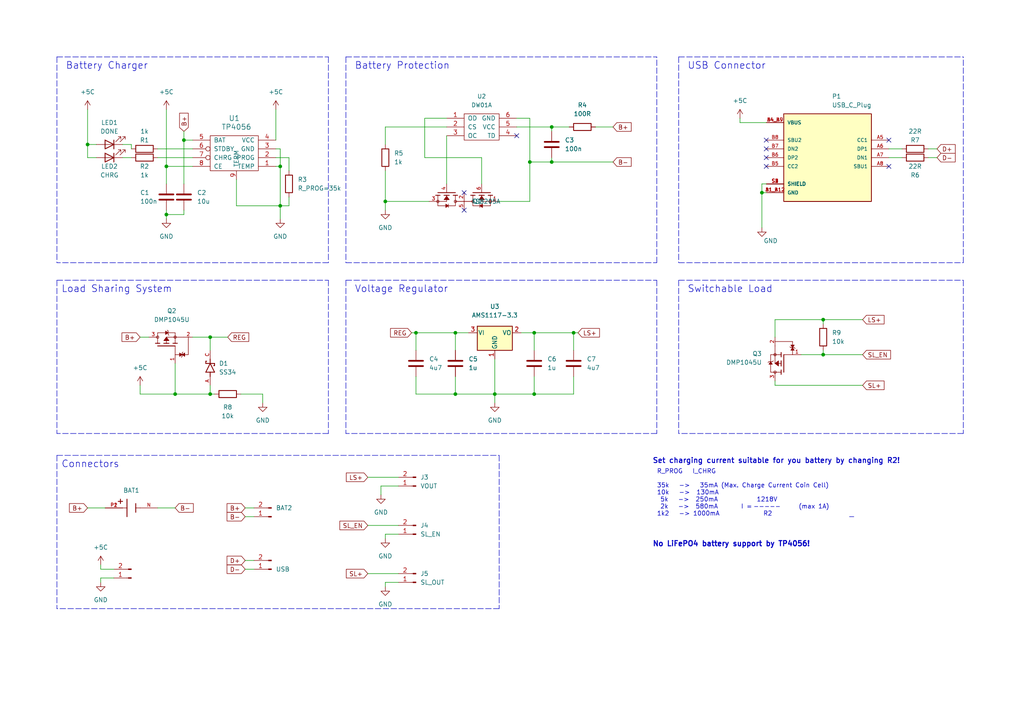
<source format=kicad_sch>
(kicad_sch (version 20211123) (generator eeschema)
  (paper "A4")
  (title_block (title "LiPo Power Board 3V3 ") (date "2022-12-05") (rev "1.0"))
  (lib_symbols
    (symbol "BAT-HLD-005-THM:BAT-HLD-005-THM" (pin_names (offset 1.016))
      (property "Reference" "BT" (at -3.81 3.81 0))
      (property "Value" "BAT-HLD-005-THM" (at -3.81 -5.08 0))
      (symbol "BAT-HLD-005-THM_0_0"
        (polyline (pts (xy -3.81 1.905) (xy -2.54 1.905)) (stroke (width 0.254)))
        (polyline (pts (xy -3.175 2.54) (xy -3.175 1.27)) (stroke (width 0.254)))
        (polyline (pts (xy -1.27 0) (xy -2.54 0)) (stroke (width 0.1524)))
        (polyline (pts (xy -1.27 0) (xy -1.27 -2.54)) (stroke (width 0.254)))
        (polyline (pts (xy -1.27 2.54) (xy -1.27 0)) (stroke (width 0.254)))
        (polyline (pts (xy 1.27 0) (xy 1.27 -1.27)) (stroke (width 0.254)))
        (polyline (pts (xy 1.27 0) (xy 2.54 0)) (stroke (width 0.1524)))
        (polyline (pts (xy 1.27 1.27) (xy 1.27 0)) (stroke (width 0.254)))
        (pin passive line (at 7.62 0 180) (length 5.08) (name "~") (number "N"))
        (pin passive line (at -7.62 0 0) (length 5.08) (name "~") (number "P1"))
        (pin passive line (at -7.62 0 0) (length 5.08) (name "~") (number "P2"))
      )
    )
    (symbol "Connector:Conn_01x02_Male" (pin_names (offset 1.016) hide)
      (property "Reference" "J" (at 0 2.54 0))
      (property "Value" "Conn_01x02_Male" (at 0 -5.08 0))
      (symbol "Conn_01x02_Male_1_1"
        (polyline (pts (xy 1.27 -2.54) (xy 0.8636 -2.54)) (stroke (width 0.1524)))
        (polyline (pts (xy 1.27 0) (xy 0.8636 0)) (stroke (width 0.1524)))
        (rectangle (start 0.8636 -2.413) (end 0 -2.667) (stroke (width 0.1524)) (fill (type outline)))
        (rectangle (start 0.8636 0.127) (end 0 -0.127) (stroke (width 0.1524)) (fill (type outline)))
        (pin passive line (at 5.08 0 180) (length 3.81) (name "Pin_1") (number "1"))
        (pin passive line (at 5.08 -2.54 180) (length 3.81) (name "Pin_2") (number "2"))
      )
    )
    (symbol "DMP1045U:DMP1045U" (pin_names (offset 1.016))
      (property "Reference" "Q" (at -10.16 7.62 0))
      (property "Value" "DMP1045U" (at -10.16 -7.62 0))
      (symbol "DMP1045U_0_0"
        (polyline (pts (xy -3.048 4.572) (xy -3.302 4.318)) (stroke (width 0.1524)))
        (polyline (pts (xy -2.54 2.54) (xy -2.54 4.572)) (stroke (width 0.1524)))
        (polyline (pts (xy -2.54 2.54) (xy 0 2.54)) (stroke (width 0.1524)))
        (polyline (pts (xy -2.54 4.572) (xy -3.048 4.572)) (stroke (width 0.1524)))
        (polyline (pts (xy -2.54 6.35) (xy -2.54 5.334)) (stroke (width 0.1524)))
        (polyline (pts (xy -2.54 6.35) (xy 2.54 6.35)) (stroke (width 0.1524)))
        (polyline (pts (xy -2.032 4.572) (xy -2.54 4.572)) (stroke (width 0.1524)))
        (polyline (pts (xy -1.778 4.826) (xy -2.032 4.572)) (stroke (width 0.1524)))
        (polyline (pts (xy 0 -2.54) (xy 0 2.54)) (stroke (width 0.254)))
        (polyline (pts (xy 0.762 -3.175) (xy 0.762 -2.54)) (stroke (width 0.254)))
        (polyline (pts (xy 0.762 -2.54) (xy 0.762 -1.905)) (stroke (width 0.254)))
        (polyline (pts (xy 0.762 -2.54) (xy 3.81 -2.54)) (stroke (width 0.1524)))
        (polyline (pts (xy 0.762 -0.762) (xy 0.762 0)) (stroke (width 0.254)))
        (polyline (pts (xy 0.762 0) (xy 0.762 0.762)) (stroke (width 0.254)))
        (polyline (pts (xy 0.762 0) (xy 2.54 0)) (stroke (width 0.1524)))
        (polyline (pts (xy 0.762 1.905) (xy 0.762 2.54)) (stroke (width 0.254)))
        (polyline (pts (xy 0.762 2.54) (xy 0.762 3.175)) (stroke (width 0.254)))
        (polyline (pts (xy 2.54 0) (xy 2.54 2.54)) (stroke (width 0.1524)))
        (polyline (pts (xy 2.54 2.54) (xy 0.762 2.54)) (stroke (width 0.1524)))
        (polyline (pts (xy 2.54 2.54) (xy 2.54 5.08)) (stroke (width 0.1524)))
        (polyline (pts (xy 2.54 2.54) (xy 3.81 2.54)) (stroke (width 0.1524)))
        (polyline (pts (xy 3.048 0.762) (xy 3.302 0.508)) (stroke (width 0.1524)))
        (polyline (pts (xy 3.302 0.508) (xy 3.81 0.508)) (stroke (width 0.1524)))
        (polyline (pts (xy 3.81 -2.54) (xy 3.81 0.508)) (stroke (width 0.1524)))
        (polyline (pts (xy 3.81 0.508) (xy 3.81 2.54)) (stroke (width 0.1524)))
        (polyline (pts (xy 3.81 0.508) (xy 4.318 0.508)) (stroke (width 0.1524)))
        (polyline (pts (xy 4.318 0.508) (xy 4.572 0.254)) (stroke (width 0.1524)))
        (polyline (pts (xy -2.54 4.572) (xy -3.048 5.334) (xy -2.032 5.334) (xy -2.54 4.572)) (stroke (width 0.1524)) (fill (type outline)))
        (polyline (pts (xy -2.54 4.572) (xy -2.032 3.81) (xy -3.048 3.81) (xy -2.54 4.572)) (stroke (width 0.1524)) (fill (type outline)))
        (polyline (pts (xy 2.54 0) (xy 1.524 0.762) (xy 1.524 -0.762) (xy 2.54 0)) (stroke (width 0.1524)) (fill (type outline)))
        (polyline (pts (xy 3.81 0.508) (xy 4.318 -0.254) (xy 3.302 -0.254) (xy 3.81 0.508)) (stroke (width 0.1524)) (fill (type outline)))
        (circle (center 2.54 -2.54) (radius 0.3592))
        (circle (center 2.54 2.54) (radius 0.3592))
        (pin passive line (at -5.08 2.54 0) (length 2.54) (name "~") (number "1"))
        (pin passive line (at 2.54 7.62 270) (length 2.54) (name "~") (number "2"))
        (pin passive line (at 2.54 -5.08 90) (length 2.54) (name "~") (number "3"))
      )
    )
    (symbol "Device:C" (pin_numbers hide) (pin_names (offset 0.254))
      (property "Reference" "C" (at 0.635 2.54 0))
      (property "Value" "C" (at 0.635 -2.54 0))
      (symbol "C_0_1"
        (polyline (pts (xy -2.032 -0.762) (xy 2.032 -0.762)) (stroke (width 0.508)))
        (polyline (pts (xy -2.032 0.762) (xy 2.032 0.762)) (stroke (width 0.508)))
      )
      (symbol "C_1_1"
        (pin passive line (at 0 3.81 270) (length 2.794) (name "~") (number "1"))
        (pin passive line (at 0 -3.81 90) (length 2.794) (name "~") (number "2"))
      )
    )
    (symbol "Device:LED" (pin_numbers hide) (pin_names (offset 1.016) hide)
      (property "Reference" "D" (at 0 2.54 0))
      (property "Value" "LED" (at 0 -2.54 0))
      (symbol "LED_0_1"
        (polyline (pts (xy -1.27 -1.27) (xy -1.27 1.27)) (stroke (width 0.254)))
        (polyline (pts (xy -1.27 0) (xy 1.27 0)))
        (polyline (pts (xy 1.27 -1.27) (xy 1.27 1.27) (xy -1.27 0) (xy 1.27 -1.27)) (stroke (width 0.254)))
        (polyline (pts (xy -3.048 -0.762) (xy -4.572 -2.286) (xy -3.81 -2.286) (xy -4.572 -2.286) (xy -4.572 -1.524)))
        (polyline (pts (xy -1.778 -0.762) (xy -3.302 -2.286) (xy -2.54 -2.286) (xy -3.302 -2.286) (xy -3.302 -1.524)))
      )
      (symbol "LED_1_1"
        (pin passive line (at -3.81 0 0) (length 2.54) (name "K") (number "1"))
        (pin passive line (at 3.81 0 180) (length 2.54) (name "A") (number "2"))
      )
    )
    (symbol "Device:R" (pin_numbers hide) (pin_names (offset 0))
      (property "Reference" "R" (at 2.032 0 90))
      (property "Value" "R" (at 0 0 90))
      (symbol "R_0_1"
        (rectangle (start -1.016 -2.54) (end 1.016 2.54) (stroke (width 0.254)))
      )
      (symbol "R_1_1"
        (pin passive line (at 0 3.81 270) (length 1.27) (name "~") (number "1"))
        (pin passive line (at 0 -3.81 90) (length 1.27) (name "~") (number "2"))
      )
    )
    (symbol "FS8205:FS8205" (pin_names (offset 1.016))
      (property "Reference" "Q1" (at 0 -3.81 90))
      (property "Value" "FS8205A" (at 0 -6.35 90))
      (symbol "FS8205_0_0"
        (circle (center 0 -7.62) (radius 0.3592))
        (circle (center 0 -2.54) (radius 0.3592))
        (polyline (pts (xy -2.54 -2.54) (xy -2.54 -7.62)) (stroke (width 0.254)))
        (polyline (pts (xy -2.54 2.54) (xy -2.54 7.62)) (stroke (width 0.254)))
        (polyline (pts (xy -1.778 -7.62) (xy -1.778 -8.255)) (stroke (width 0.254)))
        (polyline (pts (xy -1.778 -6.985) (xy -1.778 -7.62)) (stroke (width 0.254)))
        (polyline (pts (xy -1.778 -5.08) (xy -1.778 -5.842)) (stroke (width 0.254)))
        (polyline (pts (xy -1.778 -5.08) (xy 0 -5.08)) (stroke (width 0.1524)))
        (polyline (pts (xy -1.778 -4.318) (xy -1.778 -5.08)) (stroke (width 0.254)))
        (polyline (pts (xy -1.778 -2.54) (xy -1.778 -3.175)) (stroke (width 0.254)))
        (polyline (pts (xy -1.778 -2.54) (xy 0 -2.54)) (stroke (width 0.1524)))
        (polyline (pts (xy -1.778 -1.905) (xy -1.778 -2.54)) (stroke (width 0.254)))
        (polyline (pts (xy -1.778 1.905) (xy -1.778 2.54)) (stroke (width 0.254)))
        (polyline (pts (xy -1.778 2.54) (xy -1.778 3.175)) (stroke (width 0.254)))
        (polyline (pts (xy -1.778 2.54) (xy 0 2.54)) (stroke (width 0.1524)))
        (polyline (pts (xy -1.778 4.318) (xy -1.778 5.08)) (stroke (width 0.254)))
        (polyline (pts (xy -1.778 5.08) (xy -1.778 5.842)) (stroke (width 0.254)))
        (polyline (pts (xy -1.778 5.08) (xy 0 5.08)) (stroke (width 0.1524)))
        (polyline (pts (xy -1.778 6.985) (xy -1.778 7.62)) (stroke (width 0.254)))
        (polyline (pts (xy -1.778 7.62) (xy -1.778 8.255)) (stroke (width 0.254)))
        (polyline (pts (xy 0 -7.62) (xy -1.778 -7.62)) (stroke (width 0.1524)))
        (polyline (pts (xy 0 -7.62) (xy 1.27 -7.62)) (stroke (width 0.1524)))
        (polyline (pts (xy 0 -5.08) (xy 0 -7.62)) (stroke (width 0.1524)))
        (polyline (pts (xy 0 -2.54) (xy 1.27 -2.54)) (stroke (width 0.1524)))
        (polyline (pts (xy 0 0) (xy 0 -2.54)) (stroke (width 0.1778)))
        (polyline (pts (xy 0 2.54) (xy 0 0)) (stroke (width 0.1778)))
        (polyline (pts (xy 0 2.54) (xy 1.27 2.54)) (stroke (width 0.1524)))
        (polyline (pts (xy 0 5.08) (xy 0 7.62)) (stroke (width 0.1524)))
        (polyline (pts (xy 0 7.62) (xy -1.778 7.62)) (stroke (width 0.1524)))
        (polyline (pts (xy 0 7.62) (xy 1.27 7.62)) (stroke (width 0.1524)))
        (polyline (pts (xy 1.27 -4.572) (xy 0.762 -4.572)) (stroke (width 0.1524)))
        (polyline (pts (xy 1.27 -4.572) (xy 1.27 -7.62)) (stroke (width 0.1524)))
        (polyline (pts (xy 1.27 -2.54) (xy 1.27 -4.572)) (stroke (width 0.1524)))
        (polyline (pts (xy 1.27 2.54) (xy 1.27 4.572)) (stroke (width 0.1524)))
        (polyline (pts (xy 1.27 4.572) (xy 0.762 4.572)) (stroke (width 0.1524)))
        (polyline (pts (xy 1.27 4.572) (xy 1.27 7.62)) (stroke (width 0.1524)))
        (polyline (pts (xy 1.778 -4.572) (xy 1.27 -4.572)) (stroke (width 0.1524)))
        (polyline (pts (xy 1.778 4.572) (xy 1.27 4.572)) (stroke (width 0.1524)))
        (polyline (pts (xy -1.524 -5.08) (xy -0.508 -4.318) (xy -0.508 -5.842) (xy -1.524 -5.08)) (stroke (width 0.1524)) (fill (type outline)))
        (polyline (pts (xy -1.524 5.08) (xy -0.508 4.318) (xy -0.508 5.842) (xy -1.524 5.08)) (stroke (width 0.1524)) (fill (type outline)))
        (polyline (pts (xy 1.27 -4.572) (xy 0.762 -5.334) (xy 1.778 -5.334) (xy 1.27 -4.572)) (stroke (width 0.1524)) (fill (type outline)))
        (polyline (pts (xy 1.27 4.572) (xy 0.762 5.334) (xy 1.778 5.334) (xy 1.27 4.572)) (stroke (width 0.1524)) (fill (type outline)))
        (circle (center 0 2.54) (radius 0.3592))
        (circle (center 0 7.62) (radius 0.3592))
        (pin passive line (at 0 -10.16 90) (length 2.54) (name "~") (number "1"))
        (pin passive line (at -2.54 0 0) (length 2.54) (name "~") (number "2"))
        (pin passive line (at 0 10.16 270) (length 2.54) (name "~") (number "3"))
        (pin passive line (at -5.08 5.08 0) (length 2.54) (name "~") (number "4"))
        (pin passive line (at 2.54 0 180) (length 2.54) (name "~") (number "5"))
        (pin passive line (at -5.08 -5.08 0) (length 2.54) (name "~") (number "6"))
      )
    )
    (symbol "LeoDJ-kicad:DW01A" (pin_names (offset 1.016))
      (property "Reference" "U" (at -3.81 -5.08 0))
      (property "Value" "DW01A" (at -1.27 5.08 0))
      (symbol "DW01A_0_1"
        (rectangle (start -5.08 3.81) (end 5.08 -3.81))
      )
      (symbol "DW01A_1_1"
        (pin input line (at -10.16 2.54 0) (length 5.08) (name "OD") (number "1"))
        (pin input line (at -10.16 0 0) (length 5.08) (name "CS") (number "2"))
        (pin input line (at -10.16 -2.54 0) (length 5.08) (name "OC") (number "3"))
        (pin input line (at 10.16 -2.54 180) (length 5.08) (name "TD") (number "4"))
        (pin input line (at 10.16 0 180) (length 5.08) (name "VCC") (number "5"))
        (pin input line (at 10.16 2.54 180) (length 5.08) (name "GND") (number "6"))
      )
    )
    (symbol "LeoDJ-kicad:TP4056" (pin_names (offset 1.016))
      (property "Reference" "U1" (at 0.635 -10.16 0))
      (property "Value" "TP4056" (at 0 -7.62 0))
      (symbol "TP4056_0_1"
        (rectangle (start -6.35 5.08) (end 7.62 -5.08))
      )
      (symbol "TP4056_1_1"
        (pin input line (at -11.43 3.81 0) (length 5.08) (name "TEMP") (number "1"))
        (pin input line (at -11.43 1.27 0) (length 5.08) (name "PROG") (number "2"))
        (pin input line (at -11.43 -1.27 0) (length 5.08) (name "GND") (number "3"))
        (pin input line (at -11.43 -3.81 0) (length 5.08) (name "VCC") (number "4"))
        (pin input line (at 12.7 -3.81 180) (length 5.08) (name "BAT") (number "5"))
        (pin input inverted (at 12.7 -1.27 180) (length 5.08) (name "STDBY") (number "6"))
        (pin input inverted (at 12.7 1.27 180) (length 5.08) (name "CHRG") (number "7"))
        (pin input line (at 12.7 3.81 180) (length 5.08) (name "CE") (number "8"))
        (pin input line (at 0 7.62 270) (length 2.54) (name "TERM") (number "9"))
      )
    )
    (symbol "Regulator_Linear:AMS1117-3.3" (pin_names (offset 0.254))
      (property "Reference" "U" (at -3.81 3.175 0))
      (property "Value" "AMS1117-3.3" (at 0 3.175 0))
      (symbol "AMS1117-3.3_0_1"
        (rectangle (start -5.08 -5.08) (end 5.08 1.905) (stroke (width 0.254)) (fill (type background)))
      )
      (symbol "AMS1117-3.3_1_1"
        (pin power_in line (at 0 -7.62 90) (length 2.54) (name "GND") (number "1"))
        (pin power_out line (at 7.62 0 180) (length 2.54) (name "VO") (number "2"))
        (pin power_in line (at -7.62 0 0) (length 2.54) (name "VI") (number "3"))
      )
    )
    (symbol "SS34:SS34" (pin_names (offset 1.016))
      (property "Reference" "D" (at -5.08 2.54 0))
      (property "Value" "SS34" (at -5.08 -3.81 0))
      (symbol "SS34_0_0"
        (polyline (pts (xy -2.54 0) (xy -1.27 0)) (stroke (width 0.254)))
        (polyline (pts (xy -1.27 -1.27) (xy 1.27 0)) (stroke (width 0.254)))
        (polyline (pts (xy -1.27 0) (xy -1.27 -1.27)) (stroke (width 0.254)))
        (polyline (pts (xy -1.27 1.27) (xy -1.27 0)) (stroke (width 0.254)))
        (polyline (pts (xy 0.635 -1.016) (xy 0.635 -1.27)) (stroke (width 0.254)))
        (polyline (pts (xy 1.27 -1.27) (xy 0.635 -1.27)) (stroke (width 0.254)))
        (polyline (pts (xy 1.27 0) (xy -1.27 1.27)) (stroke (width 0.254)))
        (polyline (pts (xy 1.27 0) (xy 1.27 -1.27)) (stroke (width 0.254)))
        (polyline (pts (xy 1.27 1.27) (xy 1.27 0)) (stroke (width 0.254)))
        (polyline (pts (xy 1.905 1.27) (xy 1.27 1.27)) (stroke (width 0.254)))
        (polyline (pts (xy 1.905 1.27) (xy 1.905 1.016)) (stroke (width 0.254)))
        (polyline (pts (xy 2.54 0) (xy 1.27 0)) (stroke (width 0.254)))
        (pin passive line (at -5.08 0 0) (length 2.54) (name "~") (number "A"))
        (pin passive line (at 5.08 0 180) (length 2.54) (name "~") (number "C"))
      )
    )
    (symbol "TYPE-C-31-M-12:TYPE-C-31-M-12" (pin_names (offset 1.016))
      (property "Reference" "J" (at -12.7 13.462 0))
      (property "Value" "TYPE-C-31-M-12" (at -12.7 -13.462 0))
      (symbol "TYPE-C-31-M-12_0_0"
        (rectangle (start -12.7 -12.7) (end 12.7 12.7) (stroke (width 0.254)) (fill (type background)))
        (pin power_in line (at 17.78 -10.16 180) (length 5.08) (name "GND") (number "A1_B12"))
        (pin power_in line (at 17.78 10.16 180) (length 5.08) (name "VBUS") (number "A4_B9"))
        (pin bidirectional line (at -17.78 5.08 0) (length 5.08) (name "CC1") (number "A5"))
        (pin bidirectional line (at -17.78 2.54 0) (length 5.08) (name "DP1") (number "A6"))
        (pin bidirectional line (at -17.78 0 0) (length 5.08) (name "DN1") (number "A7"))
        (pin bidirectional line (at -17.78 -2.54 0) (length 5.08) (name "SBU1") (number "A8"))
        (pin power_in line (at 17.78 -10.16 180) (length 5.08) (name "GND") (number "B1_A12"))
        (pin power_in line (at 17.78 10.16 180) (length 5.08) (name "VBUS") (number "B4_A9"))
        (pin bidirectional line (at 17.78 -2.54 180) (length 5.08) (name "CC2") (number "B5"))
        (pin bidirectional line (at 17.78 0 180) (length 5.08) (name "DP2") (number "B6"))
        (pin bidirectional line (at 17.78 2.54 180) (length 5.08) (name "DN2") (number "B7"))
        (pin bidirectional line (at 17.78 5.08 180) (length 5.08) (name "SBU2") (number "B8"))
        (pin passive line (at 17.78 -7.62 180) (length 5.08) (name "SHIELD") (number "S1"))
        (pin passive line (at 17.78 -7.62 180) (length 5.08) (name "SHIELD") (number "S2"))
        (pin passive line (at 17.78 -7.62 180) (length 5.08) (name "SHIELD") (number "S3"))
        (pin passive line (at 17.78 -7.62 180) (length 5.08) (name "SHIELD") (number "S4"))
      )
    )
    (symbol "power:+5C" (power) (pin_names (offset 0))
      (property "Value" "+5C" (at 0 3.556 0))
      (symbol "+5C_0_1"
        (polyline (pts (xy -0.762 1.27) (xy 0 2.54)))
        (polyline (pts (xy 0 0) (xy 0 2.54)))
        (polyline (pts (xy 0 2.54) (xy 0.762 1.27)))
      )
      (symbol "+5C_1_1"
        (pin power_in line (at 0 0 90) (length 0) hide (name "+5C") (number "1"))
      )
    )
    (symbol "power:GND" (power) (pin_names (offset 0))
      (property "Value" "GND" (at 0 -3.81 0))
      (symbol "GND_0_1"
        (polyline (pts (xy 0 0) (xy 0 -1.27) (xy 1.27 -1.27) (xy 0 -2.54) (xy -1.27 -1.27) (xy 0 -1.27)))
      )
      (symbol "GND_1_1"
        (pin power_in line (at 0 0 270) (length 0) hide (name "GND") (number "1"))
      )
    )
  )
  (junction (at 81.28 59.69))
  (junction (at 48.26 48.26))
  (junction (at 160.02 46.99))
  (junction (at 50.8 114.3))
  (junction (at 111.76 58.42))
  (junction (at 60.96 97.79))
  (junction (at 160.02 36.83))
  (junction (at 53.34 40.64))
  (junction (at 154.94 114.3))
  (junction (at 238.76 92.71))
  (junction (at 132.08 114.3))
  (junction (at 48.26 62.23))
  (junction (at 166.37 96.52))
  (junction (at 220.98 55.88))
  (junction (at 153.67 46.99))
  (junction (at 81.28 48.26))
  (junction (at 120.65 96.52))
  (junction (at 238.76 102.87))
  (junction (at 25.4 41.91))
  (junction (at 143.51 114.3))
  (junction (at 60.96 114.3))
  (junction (at 154.94 96.52))
  (junction (at 132.08 96.52))
  (no_connect (at 222.25 45.72))
  (no_connect (at 134.62 55.88))
  (no_connect (at 222.25 43.18))
  (no_connect (at 222.25 48.26))
  (no_connect (at 134.62 60.96))
  (no_connect (at 222.25 40.64))
  (no_connect (at 257.81 48.26))
  (no_connect (at 149.86 39.37))
  (no_connect (at 257.81 40.64))
  (wire (pts (xy 154.94 114.3) (xy 166.37 114.3)))
  (wire (pts (xy 71.12 149.86) (xy 73.66 149.86)))
  (polyline (pts (xy 100.33 76.2) (xy 190.5 76.2)))
  (polyline (pts (xy 196.85 76.2) (xy 279.4 76.2)))
  (polyline (pts (xy 246.38 149.86) (xy 247.65 149.86)))
  (wire (pts (xy 106.68 166.37) (xy 115.57 166.37)))
  (wire (pts (xy 48.26 48.26) (xy 48.26 53.34)))
  (wire (pts (xy 123.19 45.72) (xy 123.19 34.29)))
  (wire (pts (xy 166.37 96.52) (xy 167.64 96.52)))
  (wire (pts (xy 153.67 58.42) (xy 153.67 46.99)))
  (wire (pts (xy 119.38 96.52) (xy 120.65 96.52)))
  (wire (pts (xy 29.21 167.64) (xy 29.21 168.91)))
  (polyline (pts (xy 16.51 16.51) (xy 95.25 16.51)))
  (wire (pts (xy 50.8 105.41) (xy 50.8 114.3)))
  (wire (pts (xy 271.78 45.72) (xy 269.24 45.72)))
  (polyline (pts (xy 144.78 132.08) (xy 144.78 176.53)))
  (wire (pts (xy 166.37 96.52) (xy 154.94 96.52)))
  (wire (pts (xy 172.72 36.83) (xy 177.8 36.83)))
  (polyline (pts (xy 16.51 81.28) (xy 95.25 81.28)))
  (wire (pts (xy 68.58 52.07) (xy 68.58 59.69)))
  (polyline (pts (xy 190.5 76.2) (xy 190.5 16.51)))
  (wire (pts (xy 115.57 140.97) (xy 110.49 140.97)))
  (wire (pts (xy 80.01 45.72) (xy 83.82 45.72)))
  (wire (pts (xy 111.76 58.42) (xy 124.46 58.42)))
  (wire (pts (xy 261.62 45.72) (xy 257.81 45.72)))
  (polyline (pts (xy 196.85 16.51) (xy 279.4 16.51)))
  (wire (pts (xy 45.72 147.32) (xy 50.8 147.32)))
  (polyline (pts (xy 95.25 16.51) (xy 95.25 76.2)))
  (wire (pts (xy 214.63 34.29) (xy 214.63 35.56)))
  (wire (pts (xy 48.26 48.26) (xy 55.88 48.26)))
  (wire (pts (xy 38.1 45.72) (xy 35.56 45.72)))
  (wire (pts (xy 160.02 36.83) (xy 165.1 36.83)))
  (polyline (pts (xy 100.33 81.28) (xy 100.33 125.73)) (stroke (width 0) (type dash)))
  (wire (pts (xy 149.86 36.83) (xy 160.02 36.83)))
  (wire (pts (xy 81.28 59.69) (xy 81.28 63.5)))
  (wire (pts (xy 53.34 60.96) (xy 53.34 62.23)))
  (wire (pts (xy 40.64 97.79) (xy 43.18 97.79)))
  (wire (pts (xy 68.58 59.69) (xy 81.28 59.69)))
  (wire (pts (xy 48.26 31.75) (xy 48.26 48.26)))
  (wire (pts (xy 71.12 165.1) (xy 73.66 165.1)))
  (wire (pts (xy 123.19 34.29) (xy 129.54 34.29)))
  (wire (pts (xy 106.68 138.43) (xy 115.57 138.43)))
  (wire (pts (xy 132.08 96.52) (xy 120.65 96.52)))
  (wire (pts (xy 166.37 114.3) (xy 166.37 109.22)))
  (wire (pts (xy 224.79 92.71) (xy 238.76 92.71)))
  (wire (pts (xy 115.57 168.91) (xy 111.76 168.91)))
  (wire (pts (xy 80.01 43.18) (xy 81.28 43.18)))
  (wire (pts (xy 129.54 39.37) (xy 129.54 53.34)))
  (wire (pts (xy 110.49 140.97) (xy 110.49 143.51)))
  (wire (pts (xy 55.88 97.79) (xy 60.96 97.79)))
  (wire (pts (xy 139.7 45.72) (xy 123.19 45.72)))
  (wire (pts (xy 81.28 43.18) (xy 81.28 48.26)))
  (wire (pts (xy 120.65 96.52) (xy 120.65 101.6)))
  (wire (pts (xy 154.94 96.52) (xy 151.13 96.52)))
  (wire (pts (xy 111.76 58.42) (xy 111.76 60.96)))
  (wire (pts (xy 261.62 43.18) (xy 257.81 43.18)))
  (polyline (pts (xy 279.4 125.73) (xy 196.85 125.73)) (stroke (width 0) (type dash)))
  (polyline (pts (xy 144.78 176.53) (xy 16.51 176.53)))
  (wire (pts (xy 25.4 31.75) (xy 25.4 41.91)))
  (wire (pts (xy 45.72 43.18) (xy 55.88 43.18)))
  (wire (pts (xy 153.67 34.29) (xy 149.86 34.29)))
  (wire (pts (xy 160.02 45.72) (xy 160.02 46.99)))
  (polyline (pts (xy 100.33 16.51) (xy 100.33 76.2)))
  (wire (pts (xy 35.56 41.91) (xy 38.1 41.91)))
  (wire (pts (xy 111.76 36.83) (xy 111.76 41.91)))
  (polyline (pts (xy 196.85 16.51) (xy 196.85 76.2)))
  (wire (pts (xy 111.76 49.53) (xy 111.76 58.42)))
  (wire (pts (xy 40.64 114.3) (xy 50.8 114.3)))
  (wire (pts (xy 60.96 111.76) (xy 60.96 114.3)))
  (wire (pts (xy 238.76 92.71) (xy 238.76 93.98)))
  (wire (pts (xy 153.67 46.99) (xy 153.67 34.29)))
  (wire (pts (xy 53.34 40.64) (xy 53.34 53.34)))
  (wire (pts (xy 154.94 109.22) (xy 154.94 114.3)))
  (polyline (pts (xy 16.51 132.08) (xy 144.78 132.08)))
  (wire (pts (xy 80.01 40.64) (xy 80.01 31.75)))
  (polyline (pts (xy 95.25 76.2) (xy 16.51 76.2)))
  (wire (pts (xy 27.94 45.72) (xy 25.4 45.72)))
  (wire (pts (xy 83.82 45.72) (xy 83.82 49.53)))
  (polyline (pts (xy 95.25 125.73) (xy 16.51 125.73)))
  (wire (pts (xy 111.76 154.94) (xy 111.76 156.21)))
  (polyline (pts (xy 279.4 76.2) (xy 279.4 16.51)))
  (wire (pts (xy 154.94 101.6) (xy 154.94 96.52)))
  (wire (pts (xy 53.34 62.23) (xy 48.26 62.23)))
  (wire (pts (xy 238.76 101.6) (xy 238.76 102.87)))
  (wire (pts (xy 29.21 165.1) (xy 33.02 165.1)))
  (wire (pts (xy 29.21 163.83) (xy 29.21 165.1)))
  (wire (pts (xy 160.02 46.99) (xy 177.8 46.99)))
  (wire (pts (xy 238.76 102.87) (xy 250.19 102.87)))
  (wire (pts (xy 25.4 41.91) (xy 25.4 45.72)))
  (wire (pts (xy 60.96 97.79) (xy 66.04 97.79)))
  (wire (pts (xy 40.64 111.76) (xy 40.64 114.3)))
  (wire (pts (xy 222.25 53.34) (xy 220.98 53.34)))
  (wire (pts (xy 129.54 36.83) (xy 111.76 36.83)))
  (wire (pts (xy 48.26 62.23) (xy 48.26 60.96)))
  (wire (pts (xy 83.82 59.69) (xy 81.28 59.69)))
  (wire (pts (xy 50.8 114.3) (xy 60.96 114.3)))
  (polyline (pts (xy 190.5 81.28) (xy 190.5 125.73)) (stroke (width 0) (type dash)))
  (wire (pts (xy 60.96 97.79) (xy 60.96 101.6)))
  (wire (pts (xy 132.08 114.3) (xy 143.51 114.3)))
  (wire (pts (xy 69.85 114.3) (xy 76.2 114.3)))
  (wire (pts (xy 48.26 63.5) (xy 48.26 62.23)))
  (wire (pts (xy 60.96 114.3) (xy 62.23 114.3)))
  (wire (pts (xy 25.4 147.32) (xy 30.48 147.32)))
  (wire (pts (xy 220.98 55.88) (xy 220.98 66.04)))
  (polyline (pts (xy 100.33 16.51) (xy 190.5 16.51)))
  (polyline (pts (xy 196.85 81.28) (xy 279.4 81.28)) (stroke (width 0) (type dash)))
  (wire (pts (xy 224.79 97.79) (xy 224.79 92.71)))
  (wire (pts (xy 53.34 38.1) (xy 53.34 40.64)))
  (wire (pts (xy 232.41 102.87) (xy 238.76 102.87)))
  (wire (pts (xy 71.12 147.32) (xy 73.66 147.32)))
  (wire (pts (xy 25.4 41.91) (xy 27.94 41.91)))
  (wire (pts (xy 76.2 114.3) (xy 76.2 116.84)))
  (wire (pts (xy 135.89 96.52) (xy 132.08 96.52)))
  (polyline (pts (xy 279.4 81.28) (xy 279.4 125.73)) (stroke (width 0) (type dash)))
  (wire (pts (xy 38.1 41.91) (xy 38.1 43.18)))
  (wire (pts (xy 160.02 46.99) (xy 153.67 46.99)))
  (polyline (pts (xy 16.51 16.51) (xy 16.51 76.2)))
  (wire (pts (xy 115.57 154.94) (xy 111.76 154.94)))
  (wire (pts (xy 55.88 40.64) (xy 53.34 40.64)))
  (wire (pts (xy 220.98 53.34) (xy 220.98 55.88)))
  (wire (pts (xy 81.28 48.26) (xy 80.01 48.26)))
  (wire (pts (xy 29.21 167.64) (xy 33.02 167.64)))
  (polyline (pts (xy 190.5 125.73) (xy 100.33 125.73)) (stroke (width 0) (type dash)))
  (wire (pts (xy 143.51 114.3) (xy 154.94 114.3)))
  (wire (pts (xy 238.76 92.71) (xy 250.19 92.71)))
  (wire (pts (xy 214.63 35.56) (xy 222.25 35.56)))
  (wire (pts (xy 224.79 110.49) (xy 224.79 111.76)))
  (wire (pts (xy 120.65 114.3) (xy 132.08 114.3)))
  (wire (pts (xy 71.12 162.56) (xy 73.66 162.56)))
  (wire (pts (xy 81.28 48.26) (xy 81.28 59.69)))
  (wire (pts (xy 83.82 57.15) (xy 83.82 59.69)))
  (polyline (pts (xy 100.33 81.28) (xy 190.5 81.28)) (stroke (width 0) (type dash)))
  (polyline (pts (xy 196.85 81.28) (xy 196.85 125.73)) (stroke (width 0) (type dash)))
  (wire (pts (xy 143.51 114.3) (xy 143.51 116.84)))
  (wire (pts (xy 160.02 36.83) (xy 160.02 38.1)))
  (polyline (pts (xy 16.51 81.28) (xy 16.51 125.73)))
  (wire (pts (xy 224.79 111.76) (xy 250.19 111.76)))
  (wire (pts (xy 144.78 58.42) (xy 153.67 58.42)))
  (wire (pts (xy 132.08 96.52) (xy 132.08 101.6)))
  (wire (pts (xy 222.25 55.88) (xy 220.98 55.88)))
  (wire (pts (xy 55.88 45.72) (xy 45.72 45.72)))
  (wire (pts (xy 111.76 168.91) (xy 111.76 170.18)))
  (wire (pts (xy 106.68 152.4) (xy 115.57 152.4)))
  (wire (pts (xy 271.78 43.18) (xy 269.24 43.18)))
  (wire (pts (xy 166.37 101.6) (xy 166.37 96.52)))
  (wire (pts (xy 143.51 104.14) (xy 143.51 114.3)))
  (wire (pts (xy 139.7 45.72) (xy 139.7 53.34)))
  (wire (pts (xy 120.65 109.22) (xy 120.65 114.3)))
  (polyline (pts (xy 16.51 132.08) (xy 16.51 176.53)))
  (wire (pts (xy 132.08 109.22) (xy 132.08 114.3)))
  (polyline (pts (xy 95.25 81.28) (xy 95.25 125.73)))
  (text "Load Sharing System\n" (at 17.78 85.09 0) (effects (font (size 2 2)) (justify left bottom)))
  (text "USB Connector\n" (at 199.39 20.32 0) (effects (font (size 2 2)) (justify left bottom)))
  (text " 1218V\n-----\n   R2" (at 218.44 149.86 0) (effects (font (size 1.27 1.27)) (justify left bottom)))
  (text "Switchable Load\n" (at 199.39 85.09 0) (effects (font (size 2 2)) (justify left bottom)))
  (text "Connectors" (at 17.78 135.89 0) (effects (font (size 2 2)) (justify left bottom)))
  (text "No LiFePO4 battery support by TP4056! \n" (at 189.23 158.75 0) (effects (font (size 1.5 1.5) (thickness 0.3) bold) (justify left bottom)))
  (text "Battery Protection\n" (at 102.87 20.32 0) (effects (font (size 2 2)) (justify left bottom)))
  (text "Voltage Regulator" (at 102.87 85.09 0) (effects (font (size 2 2)) (justify left bottom)))
  (text "R_PROG   I_CHRG\n\n35k   ->   35mA (Max. Charge Current Coin Cell)\n10k   ->  130mA\n 5k   ->  250mA\n 2k   ->  580mA       I =              (max 1A)\n1k2   -> 1000mA\n" (at 190.5 149.86 0) (effects (font (size 1.27 1.27)) (justify left bottom)))
  (text "Battery Charger" (at 19.05 20.32 0) (effects (font (size 2 2)) (justify left bottom)))
  (text "Set charging current suitable for you battery by changing R2!" (at 189.23 134.62 0) (effects (font (size 1.5 1.5) (thickness 0.254) bold) (justify left bottom)))
  (global_label "LS+" (shape input) (at 167.64 96.52 0) (property "Intersheet References" "${INTERSHEET_REFS}" (effects hide)))
  (global_label "D+" (shape input) (at 271.78 43.18 0) (property "Intersheet References" "${INTERSHEET_REFS}" (effects hide)))
  (global_label "SL_EN" (shape input) (at 106.68 152.4 180) (property "Intersheet References" "${INTERSHEET_REFS}" (effects hide)))
  (global_label "B+" (shape input) (at 71.12 147.32 180) (property "Intersheet References" "${INTERSHEET_REFS}" (effects hide)))
  (global_label "B+" (shape input) (at 25.4 147.32 180) (property "Intersheet References" "${INTERSHEET_REFS}" (effects hide)))
  (global_label "SL+" (shape input) (at 250.19 111.76 0) (property "Intersheet References" "${INTERSHEET_REFS}" (effects hide)))
  (global_label "D-" (shape input) (at 71.12 165.1 180) (property "Intersheet References" "${INTERSHEET_REFS}" (effects hide)))
  (global_label "B-" (shape input) (at 50.8 147.32 0) (property "Intersheet References" "${INTERSHEET_REFS}" (effects hide)))
  (global_label "SL_EN" (shape input) (at 250.19 102.87 0) (property "Intersheet References" "${INTERSHEET_REFS}" (effects hide)))
  (global_label "B-" (shape input) (at 177.8 46.99 0) (property "Intersheet References" "${INTERSHEET_REFS}" (effects hide)))
  (global_label "B+" (shape input) (at 40.64 97.79 180) (property "Intersheet References" "${INTERSHEET_REFS}" (effects hide)))
  (global_label "B+" (shape input) (at 177.8 36.83 0) (property "Intersheet References" "${INTERSHEET_REFS}" (effects hide)))
  (global_label "REG" (shape input) (at 66.04 97.79 0) (property "Intersheet References" "${INTERSHEET_REFS}" (effects hide)))
  (global_label "D-" (shape input) (at 271.78 45.72 0) (property "Intersheet References" "${INTERSHEET_REFS}" (effects hide)))
  (global_label "LS+" (shape input) (at 106.68 138.43 180) (property "Intersheet References" "${INTERSHEET_REFS}" (effects hide)))
  (global_label "SL+" (shape input) (at 106.68 166.37 180) (property "Intersheet References" "${INTERSHEET_REFS}" (effects hide)))
  (global_label "B-" (shape input) (at 71.12 149.86 180) (property "Intersheet References" "${INTERSHEET_REFS}" (effects hide)))
  (global_label "LS+" (shape input) (at 250.19 92.71 0) (property "Intersheet References" "${INTERSHEET_REFS}" (effects hide)))
  (global_label "REG" (shape input) (at 119.38 96.52 180) (property "Intersheet References" "${INTERSHEET_REFS}" (effects hide)))
  (global_label "B+" (shape input) (at 53.34 38.1 90) (property "Intersheet References" "${INTERSHEET_REFS}" (effects hide)))
  (global_label "D+" (shape input) (at 71.12 162.56 180) (property "Intersheet References" "${INTERSHEET_REFS}" (effects hide)))
  (symbol (lib_id "power:GND") (at 111.76 156.21 0) (unit 1)
    (property "Reference" "#PWR0110" (effects hide))
    (property "Value" "GND" (at 111.76 161.29 0))
  )
  (symbol (lib_id "Device:R") (at 265.43 45.72 270) (unit 1)
    (property "Reference" "R6" (at 265.43 50.8 90))
    (property "Value" "22R" (at 265.43 48.26 90))
    (property "Footprint" "Resistor_SMD:R_0805_2012Metric" (effects hide))
  )
  (symbol (lib_id "BAT-HLD-005-THM:BAT-HLD-005-THM") (at 38.1 147.32 0) (unit 1)
    (property "Reference" "BAT1" (at 38.1 142.24 0))
    (property "Value" "BAT-HLD-005-THM" (effects hide))
    (property "Footprint" "BAT_BAT-HLD-005-THM" (effects hide))
    (property "MAXIMUM_PACKAGE_HEIGHT" "3.20mm" (effects hide))
    (property "STANDARD" "Manufacturer Recommendations" (effects hide))
    (property "PARTREV" "A" (effects hide))
    (property "MANUFACTURER" "Linx" (effects hide))
  )
  (symbol (lib_id "Device:R") (at 83.82 53.34 0) (unit 1)
    (property "Reference" "R3" (at 86.36 52.0699 0) (effects (justify left)))
    (property "Value" "R_PROG=35k" (at 86.36 54.6099 0) (effects (justify left)))
    (property "Footprint" "Resistor_SMD:R_0805_2012Metric" (effects hide))
  )
  (symbol (lib_id "Connector:Conn_01x02_Male") (at 120.65 168.91 180) (unit 1)
    (property "Reference" "J5" (at 121.92 166.3699 0) (effects (justify right)))
    (property "Value" "SL_OUT" (at 121.92 168.9099 0) (effects (justify right)))
    (property "Footprint" "Connector_PinHeader_2.54mm:PinHeader_1x02_P2.54mm_Vertical" (effects hide))
  )
  (symbol (lib_id "Device:C") (at 53.34 57.15 0) (unit 1)
    (property "Reference" "C2" (at 57.15 55.8799 0) (effects (justify left)))
    (property "Value" "10u" (at 57.15 58.4199 0) (effects (justify left)))
    (property "Footprint" "Capacitor_SMD:C_0805_2012Metric" (effects hide))
  )
  (symbol (lib_id "power:+5C") (at 214.63 34.29 0) (unit 1)
    (property "Reference" "#PWR0105" (effects hide))
    (property "Value" "+5C" (at 214.63 29.21 0))
  )
  (symbol (lib_id "power:GND") (at 143.51 116.84 0) (unit 1)
    (property "Reference" "#PWR0102" (effects hide))
    (property "Value" "GND" (at 143.51 121.92 0))
  )
  (symbol (lib_id "power:GND") (at 48.26 63.5 0) (unit 1)
    (property "Reference" "#PWR0115" (effects hide))
    (property "Value" "GND" (at 48.26 68.58 0))
  )
  (symbol (lib_id "Connector:Conn_01x02_Male") (at 38.1 167.64 180) (unit 1)
    (property "Reference" "VIN1" (at 39.37 165.0999 0) (effects (font (size 0 0)) (justify right)))
    (property "Value" "+VIN-" (effects hide))
    (property "Footprint" "Connector_PinHeader_2.54mm:PinHeader_1x02_P2.54mm_Vertical" (effects hide))
  )
  (symbol (lib_id "power:+5C") (at 48.26 31.75 0) (unit 1)
    (property "Reference" "#PWR0113" (effects hide))
    (property "Value" "+5C" (at 48.26 26.67 0))
  )
  (symbol (lib_id "SS34:SS34") (at 60.96 106.68 90) (unit 1)
    (property "Reference" "D1" (at 63.5 105.4099 90) (effects (justify right)))
    (property "Value" "SS34" (at 63.5 107.95 90) (effects (justify right)))
    (property "Footprint" "DIOM7959X265N" (effects hide))
    (property "STANDARD" "IPC-7351B" (effects hide))
    (property "SNAPEDA_PACKAGE_ID" "36301" (effects hide))
    (property "MANUFACTURER" "On Semiconductor" (effects hide))
    (property "PARTREV" "31 Aug 2016" (effects hide))
    (property "MAXIMUM_PACKAGE_HEIGHT" "2.65mm" (effects hide))
  )
  (symbol (lib_id "LeoDJ-kicad:TP4056") (at 68.58 44.45 180) (unit 1)
    (property "Reference" "U1" (at 67.945 34.29 0) (effects (font (size 1.524 1.524))))
    (property "Value" "TP4056" (at 68.58 36.83 0) (effects (font (size 1.524 1.524))))
    (property "Footprint" "TP4056:SOP127P600X175-9N" (effects hide))
    (property "Datasheet" "https://dlnmh9ip6v2uc.cloudfront.net/datasheets/Prototyping/TP4056.pdf" (effects hide))
  )
  (symbol (lib_id "power:+5C") (at 25.4 31.75 0) (unit 1)
    (property "Reference" "#PWR0114" (effects hide))
    (property "Value" "+5C" (at 25.4 26.67 0))
  )
  (symbol (lib_id "Device:R") (at 41.91 45.72 90) (unit 1)
    (property "Reference" "R2" (at 41.91 48.26 90))
    (property "Value" "1k" (at 41.91 50.8 90))
    (property "Footprint" "Resistor_SMD:R_0805_2012Metric" (effects hide))
  )
  (symbol (lib_id "Regulator_Linear:AMS1117-3.3") (at 143.51 96.52 0) (unit 1)
    (property "Reference" "U3" (at 143.51 88.9 0))
    (property "Value" "AMS1117-3.3" (at 143.51 91.44 0))
    (property "Footprint" "Package_TO_SOT_SMD:SOT-223-3_TabPin2" (effects hide))
    (property "Datasheet" "http://www.advanced-monolithic.com/pdf/ds1117.pdf" (effects hide))
  )
  (symbol (lib_id "DMP1045U:DMP1045U") (at 48.26 100.33 270) (mirror x) (unit 1)
    (property "Reference" "Q2" (at 49.8221 90.17 90))
    (property "Value" "DMP1045U" (at 49.8221 92.71 90))
    (property "Footprint" "SOT91P240X110-3N" (effects hide))
    (property "MAXIMUM_PACKAGE_HEIGHT" "1.1 mm" (effects hide))
    (property "MANUFACTURER" "Diodes Inc." (effects hide))
    (property "PARTREV" "7 - 2" (effects hide))
    (property "STANDARD" "IPC 7351B" (effects hide))
  )
  (symbol (lib_id "Device:C") (at 160.02 41.91 0) (unit 1)
    (property "Reference" "C3" (at 163.83 40.6399 0) (effects (justify left)))
    (property "Value" "100n" (at 163.83 43.1799 0) (effects (justify left)))
    (property "Footprint" "Capacitor_SMD:C_0805_2012Metric" (effects hide))
  )
  (symbol (lib_id "Device:C") (at 132.08 105.41 0) (unit 1)
    (property "Reference" "C5" (at 135.89 104.1399 0) (effects (justify left)))
    (property "Value" "1u" (at 135.89 106.6799 0) (effects (justify left)))
    (property "Footprint" "Capacitor_SMD:C_0805_2012Metric" (effects hide))
  )
  (symbol (lib_id "power:+5C") (at 40.64 111.76 0) (unit 1)
    (property "Reference" "#PWR0117" (effects hide))
    (property "Value" "+5C" (at 40.64 106.68 0))
  )
  (symbol (lib_id "power:GND") (at 220.98 66.04 0) (unit 1)
    (property "Reference" "#PWR0103" (effects hide))
    (property "Value" "GND" (at 223.52 69.85 0))
  )
  (symbol (lib_id "power:GND") (at 111.76 170.18 0) (unit 1)
    (property "Reference" "#PWR0109" (effects hide))
    (property "Value" "GND" (at 111.76 175.26 0))
  )
  (symbol (lib_id "DMP1045U:DMP1045U") (at 227.33 105.41 0) (mirror y) (unit 1)
    (property "Reference" "Q3" (at 220.98 102.5778 0) (effects (justify left)))
    (property "Value" "DMP1045U" (at 220.98 105.1178 0) (effects (justify left)))
    (property "Footprint" "SOT91P240X110-3N" (effects hide))
    (property "MAXIMUM_PACKAGE_HEIGHT" "1.1 mm" (effects hide))
    (property "MANUFACTURER" "Diodes Inc." (effects hide))
    (property "PARTREV" "7 - 2" (effects hide))
    (property "STANDARD" "IPC 7351B" (effects hide))
  )
  (symbol (lib_id "Device:R") (at 41.91 43.18 90) (unit 1)
    (property "Reference" "R1" (at 41.91 40.64 90))
    (property "Value" "1k" (at 41.91 38.1 90))
    (property "Footprint" "Resistor_SMD:R_0805_2012Metric" (effects hide))
  )
  (symbol (lib_id "Device:C") (at 154.94 105.41 0) (unit 1)
    (property "Reference" "C6" (at 158.75 104.1399 0) (effects (justify left)))
    (property "Value" "1u" (at 158.75 106.6799 0) (effects (justify left)))
    (property "Footprint" "Capacitor_SMD:C_0805_2012Metric" (effects hide))
  )
  (symbol (lib_id "Connector:Conn_01x02_Male") (at 120.65 154.94 180) (unit 1)
    (property "Reference" "J4" (at 121.92 152.3999 0) (effects (justify right)))
    (property "Value" "SL_EN" (at 121.92 154.9399 0) (effects (justify right)))
    (property "Footprint" "Connector_PinHeader_2.54mm:PinHeader_1x02_P2.54mm_Vertical" (effects hide))
  )
  (symbol (lib_id "Device:R") (at 111.76 45.72 0) (unit 1)
    (property "Reference" "R5" (at 114.3 44.4499 0) (effects (justify left)))
    (property "Value" "1k" (at 114.3 46.9899 0) (effects (justify left)))
    (property "Footprint" "Resistor_SMD:R_0805_2012Metric" (effects hide))
  )
  (symbol (lib_id "power:+5C") (at 80.01 31.75 0) (unit 1)
    (property "Reference" "#PWR0107" (effects hide))
    (property "Value" "+5C" (at 80.01 26.67 0))
  )
  (symbol (lib_id "power:GND") (at 110.49 143.51 0) (unit 1)
    (property "Reference" "#PWR0108" (effects hide))
    (property "Value" "GND" (at 110.49 148.59 0))
  )
  (symbol (lib_id "power:GND") (at 81.28 63.5 0) (unit 1)
    (property "Reference" "#PWR0106" (effects hide))
    (property "Value" "GND" (at 81.28 68.58 0))
  )
  (symbol (lib_id "Device:R") (at 238.76 97.79 0) (unit 1)
    (property "Reference" "R9" (at 241.3 96.5199 0) (effects (justify left)))
    (property "Value" "10k" (at 241.3 99.0599 0) (effects (justify left)))
    (property "Footprint" "Resistor_SMD:R_0805_2012Metric" (effects hide))
  )
  (symbol (lib_id "Connector:Conn_01x02_Male") (at 120.65 140.97 180) (unit 1)
    (property "Reference" "J3" (at 121.92 138.4299 0) (effects (justify right)))
    (property "Value" "VOUT" (at 121.92 140.9699 0) (effects (justify right)))
    (property "Footprint" "Connector_PinHeader_2.54mm:PinHeader_1x02_P2.54mm_Vertical" (effects hide))
  )
  (symbol (lib_id "Device:R") (at 168.91 36.83 90) (unit 1)
    (property "Reference" "R4" (at 168.91 30.48 90))
    (property "Value" "100R" (at 168.91 33.02 90))
    (property "Footprint" "Resistor_SMD:R_0805_2012Metric" (effects hide))
  )
  (symbol (lib_id "power:GND") (at 76.2 116.84 0) (unit 1)
    (property "Reference" "#PWR0116" (effects hide))
    (property "Value" "GND" (at 76.2 121.92 0))
  )
  (symbol (lib_id "power:GND") (at 29.21 168.91 0) (unit 1)
    (property "Reference" "#PWR0112" (effects hide))
    (property "Value" "GND" (at 29.21 173.99 0))
  )
  (symbol (lib_id "Device:LED") (at 31.75 45.72 180) (unit 1)
    (property "Reference" "LED2" (at 31.75 48.26 0))
    (property "Value" "CHRG" (at 31.75 50.8 0))
    (property "Footprint" "LED_SMD:LED_0805_2012Metric" (effects hide))
  )
  (symbol (lib_id "Device:C") (at 166.37 105.41 0) (unit 1)
    (property "Reference" "C7" (at 170.18 104.1399 0) (effects (justify left)))
    (property "Value" "4u7" (at 170.18 106.6799 0) (effects (justify left)))
    (property "Footprint" "Capacitor_SMD:C_0805_2012Metric" (effects hide))
  )
  (symbol (lib_id "FS8205:FS8205") (at 134.62 58.42 90) (mirror x) (unit 1)
    (property "Reference" "Q1" (at 138.43 58.42 90))
    (property "Value" "FS8205A" (at 140.97 58.42 90))
    (property "Footprint" "SOT95P280X145-6N" (effects hide))
    (property "Datasheet" "http://www.ic-fortune.com/upload/Download/FS8205A-DS-12_EN.pdf" (effects hide))
    (property "MAXIMUM_PACKAGE_HEIGHT" "1.45mm" (effects hide))
    (property "MANUFACTURER" "Fortune" (effects hide))
    (property "PARTREV" "1.9" (effects hide))
    (property "STANDARD" "IPC-7351B" (effects hide))
  )
  (symbol (lib_id "TYPE-C-31-M-12:TYPE-C-31-M-12") (at 240.03 45.72 0) (mirror y) (unit 1)
    (property "Reference" "P1" (at 241.3 27.94 0) (effects (justify right)))
    (property "Value" "USB_C_Plug" (at 241.3 30.48 0) (effects (justify right)))
    (property "Footprint" "TYPE-C-31-M-12:HRO_TYPE-C-31-M-12" (effects hide))
    (property "Datasheet" "https://www.usb.org/sites/default/files/documents/usb_type-c.zip" (effects hide))
    (property "MANUFACTURER" "HRO Electronics Co., Ltd." (effects hide))
    (property "PARTREV" "2020.12.08" (effects hide))
    (property "SNAPEDA_PN" "TYPE-C-31-M-12" (effects hide))
    (property "STANDARD" "Manufacturer Recommendations" (effects hide))
    (property "MAXIMUM_PACKAGE_HEIGHT" "3.26 mm" (effects hide))
  )
  (symbol (lib_id "power:+5C") (at 29.21 163.83 0) (unit 1)
    (property "Reference" "#PWR0111" (effects hide))
    (property "Value" "+5C" (at 29.21 158.75 0))
  )
  (symbol (lib_id "Device:C") (at 48.26 57.15 0) (unit 1)
    (property "Reference" "C1" (at 40.64 55.88 0) (effects (justify left)))
    (property "Value" "100n" (at 40.64 58.42 0) (effects (justify left)))
    (property "Footprint" "Capacitor_SMD:C_0805_2012Metric" (effects hide))
  )
  (symbol (lib_id "power:GND") (at 111.76 60.96 0) (unit 1)
    (property "Reference" "#PWR0101" (effects hide))
    (property "Value" "GND" (at 111.76 66.04 0))
  )
  (symbol (lib_id "Device:C") (at 120.65 105.41 0) (unit 1)
    (property "Reference" "C4" (at 124.46 104.1399 0) (effects (justify left)))
    (property "Value" "4u7" (at 124.46 106.6799 0) (effects (justify left)))
    (property "Footprint" "Capacitor_SMD:C_0805_2012Metric" (effects hide))
  )
  (symbol (lib_id "Device:LED") (at 31.75 41.91 180) (unit 1)
    (property "Reference" "LED1" (at 31.75 35.56 0))
    (property "Value" "DONE" (at 31.75 38.1 0))
    (property "Footprint" "LED_SMD:LED_0805_2012Metric" (effects hide))
  )
  (symbol (lib_id "Device:R") (at 265.43 43.18 270) (unit 1)
    (property "Reference" "R7" (at 265.43 40.64 90))
    (property "Value" "22R" (at 265.43 38.1 90))
    (property "Footprint" "Resistor_SMD:R_0805_2012Metric" (effects hide))
  )
  (symbol (lib_id "Device:R") (at 66.04 114.3 90) (unit 1)
    (property "Reference" "R8" (at 66.04 118.11 90))
    (property "Value" "10k" (at 66.04 120.65 90))
    (property "Footprint" "Resistor_SMD:R_0805_2012Metric" (effects hide))
  )
  (symbol (lib_id "Connector:Conn_01x02_Male") (at 78.74 165.1 180) (unit 1)
    (property "Reference" "USB1" (effects hide))
    (property "Value" "USB" (at 80.01 165.0999 0) (effects (justify right)))
    (property "Footprint" "Connector_PinSocket_2.54mm:PinSocket_1x02_P2.54mm_Vertical" (effects hide))
  )
  (symbol (lib_id "LeoDJ-kicad:DW01A") (at 139.7 36.83 0) (unit 1)
    (property "Reference" "U2" (at 139.7 27.94 0) (effects (font (size 1.1938 1.1938))))
    (property "Value" "DW01A" (at 139.7 30.48 0) (effects (font (size 1.1938 1.1938))))
    (property "Footprint" "DW01A:SOT23-6" (effects hide))
    (property "Datasheet" "http://escooter.org.ua/_fr/1/DW01A-DS-10_EN.pdf" (effects hide))
  )
  (symbol (lib_id "Connector:Conn_01x02_Male") (at 78.74 149.86 180) (unit 1)
    (property "Reference" "BAT2" (at 80.01 147.3199 0) (effects (justify right)))
    (property "Value" "BAT" (effects hide))
    (property "Footprint" "Connector_JST:JST_PH_B2B-PH-K_1x02_P2.00mm_Vertical" (effects hide))
  )
)
</source>
